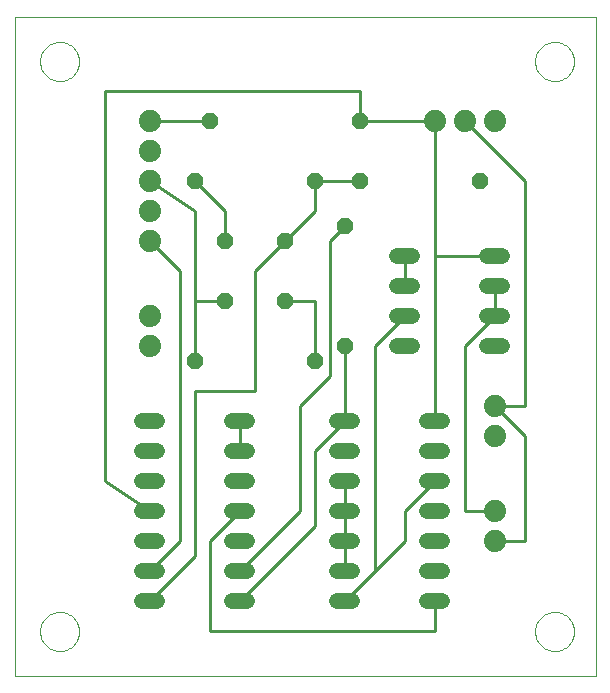
<source format=gtl>
G75*
G70*
%OFA0B0*%
%FSLAX24Y24*%
%IPPOS*%
%LPD*%
%AMOC8*
5,1,8,0,0,1.08239X$1,22.5*
%
%ADD10C,0.0000*%
%ADD11C,0.0520*%
%ADD12OC8,0.0520*%
%ADD13C,0.0740*%
%ADD14C,0.0100*%
D10*
X000101Y000101D02*
X000101Y022097D01*
X019471Y022097D01*
X019471Y000101D01*
X000101Y000101D01*
X000951Y001601D02*
X000953Y001651D01*
X000959Y001701D01*
X000969Y001751D01*
X000982Y001799D01*
X000999Y001847D01*
X001020Y001893D01*
X001044Y001937D01*
X001072Y001979D01*
X001103Y002019D01*
X001137Y002056D01*
X001174Y002091D01*
X001213Y002122D01*
X001254Y002151D01*
X001298Y002176D01*
X001344Y002198D01*
X001391Y002216D01*
X001439Y002230D01*
X001488Y002241D01*
X001538Y002248D01*
X001588Y002251D01*
X001639Y002250D01*
X001689Y002245D01*
X001739Y002236D01*
X001787Y002224D01*
X001835Y002207D01*
X001881Y002187D01*
X001926Y002164D01*
X001969Y002137D01*
X002009Y002107D01*
X002047Y002074D01*
X002082Y002038D01*
X002115Y001999D01*
X002144Y001958D01*
X002170Y001915D01*
X002193Y001870D01*
X002212Y001823D01*
X002227Y001775D01*
X002239Y001726D01*
X002247Y001676D01*
X002251Y001626D01*
X002251Y001576D01*
X002247Y001526D01*
X002239Y001476D01*
X002227Y001427D01*
X002212Y001379D01*
X002193Y001332D01*
X002170Y001287D01*
X002144Y001244D01*
X002115Y001203D01*
X002082Y001164D01*
X002047Y001128D01*
X002009Y001095D01*
X001969Y001065D01*
X001926Y001038D01*
X001881Y001015D01*
X001835Y000995D01*
X001787Y000978D01*
X001739Y000966D01*
X001689Y000957D01*
X001639Y000952D01*
X001588Y000951D01*
X001538Y000954D01*
X001488Y000961D01*
X001439Y000972D01*
X001391Y000986D01*
X001344Y001004D01*
X001298Y001026D01*
X001254Y001051D01*
X001213Y001080D01*
X001174Y001111D01*
X001137Y001146D01*
X001103Y001183D01*
X001072Y001223D01*
X001044Y001265D01*
X001020Y001309D01*
X000999Y001355D01*
X000982Y001403D01*
X000969Y001451D01*
X000959Y001501D01*
X000953Y001551D01*
X000951Y001601D01*
X000951Y020601D02*
X000953Y020651D01*
X000959Y020701D01*
X000969Y020751D01*
X000982Y020799D01*
X000999Y020847D01*
X001020Y020893D01*
X001044Y020937D01*
X001072Y020979D01*
X001103Y021019D01*
X001137Y021056D01*
X001174Y021091D01*
X001213Y021122D01*
X001254Y021151D01*
X001298Y021176D01*
X001344Y021198D01*
X001391Y021216D01*
X001439Y021230D01*
X001488Y021241D01*
X001538Y021248D01*
X001588Y021251D01*
X001639Y021250D01*
X001689Y021245D01*
X001739Y021236D01*
X001787Y021224D01*
X001835Y021207D01*
X001881Y021187D01*
X001926Y021164D01*
X001969Y021137D01*
X002009Y021107D01*
X002047Y021074D01*
X002082Y021038D01*
X002115Y020999D01*
X002144Y020958D01*
X002170Y020915D01*
X002193Y020870D01*
X002212Y020823D01*
X002227Y020775D01*
X002239Y020726D01*
X002247Y020676D01*
X002251Y020626D01*
X002251Y020576D01*
X002247Y020526D01*
X002239Y020476D01*
X002227Y020427D01*
X002212Y020379D01*
X002193Y020332D01*
X002170Y020287D01*
X002144Y020244D01*
X002115Y020203D01*
X002082Y020164D01*
X002047Y020128D01*
X002009Y020095D01*
X001969Y020065D01*
X001926Y020038D01*
X001881Y020015D01*
X001835Y019995D01*
X001787Y019978D01*
X001739Y019966D01*
X001689Y019957D01*
X001639Y019952D01*
X001588Y019951D01*
X001538Y019954D01*
X001488Y019961D01*
X001439Y019972D01*
X001391Y019986D01*
X001344Y020004D01*
X001298Y020026D01*
X001254Y020051D01*
X001213Y020080D01*
X001174Y020111D01*
X001137Y020146D01*
X001103Y020183D01*
X001072Y020223D01*
X001044Y020265D01*
X001020Y020309D01*
X000999Y020355D01*
X000982Y020403D01*
X000969Y020451D01*
X000959Y020501D01*
X000953Y020551D01*
X000951Y020601D01*
X017451Y020601D02*
X017453Y020651D01*
X017459Y020701D01*
X017469Y020751D01*
X017482Y020799D01*
X017499Y020847D01*
X017520Y020893D01*
X017544Y020937D01*
X017572Y020979D01*
X017603Y021019D01*
X017637Y021056D01*
X017674Y021091D01*
X017713Y021122D01*
X017754Y021151D01*
X017798Y021176D01*
X017844Y021198D01*
X017891Y021216D01*
X017939Y021230D01*
X017988Y021241D01*
X018038Y021248D01*
X018088Y021251D01*
X018139Y021250D01*
X018189Y021245D01*
X018239Y021236D01*
X018287Y021224D01*
X018335Y021207D01*
X018381Y021187D01*
X018426Y021164D01*
X018469Y021137D01*
X018509Y021107D01*
X018547Y021074D01*
X018582Y021038D01*
X018615Y020999D01*
X018644Y020958D01*
X018670Y020915D01*
X018693Y020870D01*
X018712Y020823D01*
X018727Y020775D01*
X018739Y020726D01*
X018747Y020676D01*
X018751Y020626D01*
X018751Y020576D01*
X018747Y020526D01*
X018739Y020476D01*
X018727Y020427D01*
X018712Y020379D01*
X018693Y020332D01*
X018670Y020287D01*
X018644Y020244D01*
X018615Y020203D01*
X018582Y020164D01*
X018547Y020128D01*
X018509Y020095D01*
X018469Y020065D01*
X018426Y020038D01*
X018381Y020015D01*
X018335Y019995D01*
X018287Y019978D01*
X018239Y019966D01*
X018189Y019957D01*
X018139Y019952D01*
X018088Y019951D01*
X018038Y019954D01*
X017988Y019961D01*
X017939Y019972D01*
X017891Y019986D01*
X017844Y020004D01*
X017798Y020026D01*
X017754Y020051D01*
X017713Y020080D01*
X017674Y020111D01*
X017637Y020146D01*
X017603Y020183D01*
X017572Y020223D01*
X017544Y020265D01*
X017520Y020309D01*
X017499Y020355D01*
X017482Y020403D01*
X017469Y020451D01*
X017459Y020501D01*
X017453Y020551D01*
X017451Y020601D01*
X017451Y001601D02*
X017453Y001651D01*
X017459Y001701D01*
X017469Y001751D01*
X017482Y001799D01*
X017499Y001847D01*
X017520Y001893D01*
X017544Y001937D01*
X017572Y001979D01*
X017603Y002019D01*
X017637Y002056D01*
X017674Y002091D01*
X017713Y002122D01*
X017754Y002151D01*
X017798Y002176D01*
X017844Y002198D01*
X017891Y002216D01*
X017939Y002230D01*
X017988Y002241D01*
X018038Y002248D01*
X018088Y002251D01*
X018139Y002250D01*
X018189Y002245D01*
X018239Y002236D01*
X018287Y002224D01*
X018335Y002207D01*
X018381Y002187D01*
X018426Y002164D01*
X018469Y002137D01*
X018509Y002107D01*
X018547Y002074D01*
X018582Y002038D01*
X018615Y001999D01*
X018644Y001958D01*
X018670Y001915D01*
X018693Y001870D01*
X018712Y001823D01*
X018727Y001775D01*
X018739Y001726D01*
X018747Y001676D01*
X018751Y001626D01*
X018751Y001576D01*
X018747Y001526D01*
X018739Y001476D01*
X018727Y001427D01*
X018712Y001379D01*
X018693Y001332D01*
X018670Y001287D01*
X018644Y001244D01*
X018615Y001203D01*
X018582Y001164D01*
X018547Y001128D01*
X018509Y001095D01*
X018469Y001065D01*
X018426Y001038D01*
X018381Y001015D01*
X018335Y000995D01*
X018287Y000978D01*
X018239Y000966D01*
X018189Y000957D01*
X018139Y000952D01*
X018088Y000951D01*
X018038Y000954D01*
X017988Y000961D01*
X017939Y000972D01*
X017891Y000986D01*
X017844Y001004D01*
X017798Y001026D01*
X017754Y001051D01*
X017713Y001080D01*
X017674Y001111D01*
X017637Y001146D01*
X017603Y001183D01*
X017572Y001223D01*
X017544Y001265D01*
X017520Y001309D01*
X017499Y001355D01*
X017482Y001403D01*
X017469Y001451D01*
X017459Y001501D01*
X017453Y001551D01*
X017451Y001601D01*
D11*
X014361Y002601D02*
X013841Y002601D01*
X013841Y003601D02*
X014361Y003601D01*
X014361Y004601D02*
X013841Y004601D01*
X013841Y005601D02*
X014361Y005601D01*
X014361Y006601D02*
X013841Y006601D01*
X013841Y007601D02*
X014361Y007601D01*
X014361Y008601D02*
X013841Y008601D01*
X011361Y008601D02*
X010841Y008601D01*
X010841Y007601D02*
X011361Y007601D01*
X011361Y006601D02*
X010841Y006601D01*
X010841Y005601D02*
X011361Y005601D01*
X011361Y004601D02*
X010841Y004601D01*
X010841Y003601D02*
X011361Y003601D01*
X011361Y002601D02*
X010841Y002601D01*
X007861Y002601D02*
X007341Y002601D01*
X007341Y003601D02*
X007861Y003601D01*
X007861Y004601D02*
X007341Y004601D01*
X007341Y005601D02*
X007861Y005601D01*
X007861Y006601D02*
X007341Y006601D01*
X007341Y007601D02*
X007861Y007601D01*
X007861Y008601D02*
X007341Y008601D01*
X004861Y008601D02*
X004341Y008601D01*
X004341Y007601D02*
X004861Y007601D01*
X004861Y006601D02*
X004341Y006601D01*
X004341Y005601D02*
X004861Y005601D01*
X004861Y004601D02*
X004341Y004601D01*
X004341Y003601D02*
X004861Y003601D01*
X004861Y002601D02*
X004341Y002601D01*
X012841Y011101D02*
X013361Y011101D01*
X013361Y012101D02*
X012841Y012101D01*
X012841Y013101D02*
X013361Y013101D01*
X013361Y014101D02*
X012841Y014101D01*
X015841Y014101D02*
X016361Y014101D01*
X016361Y013101D02*
X015841Y013101D01*
X015841Y012101D02*
X016361Y012101D01*
X016361Y011101D02*
X015841Y011101D01*
D12*
X011101Y011101D03*
X010101Y010601D03*
X009101Y012601D03*
X009101Y014601D03*
X010101Y016601D03*
X011101Y015101D03*
X011601Y016601D03*
X011601Y018601D03*
X015601Y016601D03*
X007101Y014601D03*
X007101Y012601D03*
X006101Y010601D03*
X006101Y016601D03*
X006601Y018601D03*
D13*
X004601Y018601D03*
X004601Y017601D03*
X004601Y016601D03*
X004601Y015601D03*
X004601Y014601D03*
X004601Y012101D03*
X004601Y011101D03*
X014101Y018601D03*
X015101Y018601D03*
X016101Y018601D03*
X016101Y009101D03*
X016101Y008101D03*
X016101Y005601D03*
X016101Y004601D03*
D14*
X017101Y004601D01*
X017101Y008101D01*
X016101Y009101D01*
X017101Y009101D01*
X017101Y016601D01*
X015101Y018601D01*
X014101Y018601D02*
X011601Y018601D01*
X011601Y019601D01*
X003101Y019601D01*
X003101Y006601D01*
X004601Y005601D01*
X005601Y004601D02*
X005601Y013601D01*
X004601Y014601D01*
X006101Y015601D02*
X006101Y012601D01*
X006101Y010601D01*
X006101Y009601D02*
X008101Y009601D01*
X008101Y013601D01*
X009101Y014601D01*
X010101Y015601D01*
X010101Y016601D01*
X011601Y016601D01*
X011101Y015101D02*
X010601Y014601D01*
X010601Y010101D01*
X009601Y009101D01*
X009601Y005601D01*
X007601Y003601D01*
X007601Y002601D02*
X010101Y005101D01*
X010101Y007601D01*
X011101Y008601D01*
X011101Y011101D01*
X012101Y011101D02*
X012101Y003601D01*
X011101Y002601D01*
X011101Y003601D02*
X011101Y004601D01*
X011101Y005601D01*
X011101Y006601D01*
X013101Y005601D02*
X013101Y004601D01*
X012101Y003601D01*
X013101Y005601D02*
X014101Y006601D01*
X015101Y005601D02*
X016101Y005601D01*
X015101Y005601D02*
X015101Y011101D01*
X016101Y012101D01*
X016101Y013101D01*
X016101Y014101D02*
X014101Y014101D01*
X014101Y008601D01*
X012101Y011101D02*
X013101Y012101D01*
X013101Y013101D02*
X013101Y014101D01*
X014101Y014101D02*
X014101Y018601D01*
X010101Y012601D02*
X009101Y012601D01*
X010101Y012601D02*
X010101Y010601D01*
X007601Y008601D02*
X007601Y007601D01*
X007601Y005601D02*
X006601Y004601D01*
X006601Y001601D01*
X014101Y001601D01*
X014101Y002601D01*
X006101Y004101D02*
X004601Y002601D01*
X004601Y003601D02*
X005601Y004601D01*
X006101Y004101D02*
X006101Y009601D01*
X006101Y012601D02*
X007101Y012601D01*
X007101Y014601D02*
X007101Y015601D01*
X006101Y016601D01*
X006101Y015601D02*
X004601Y016601D01*
X004601Y018601D02*
X006601Y018601D01*
M02*

</source>
